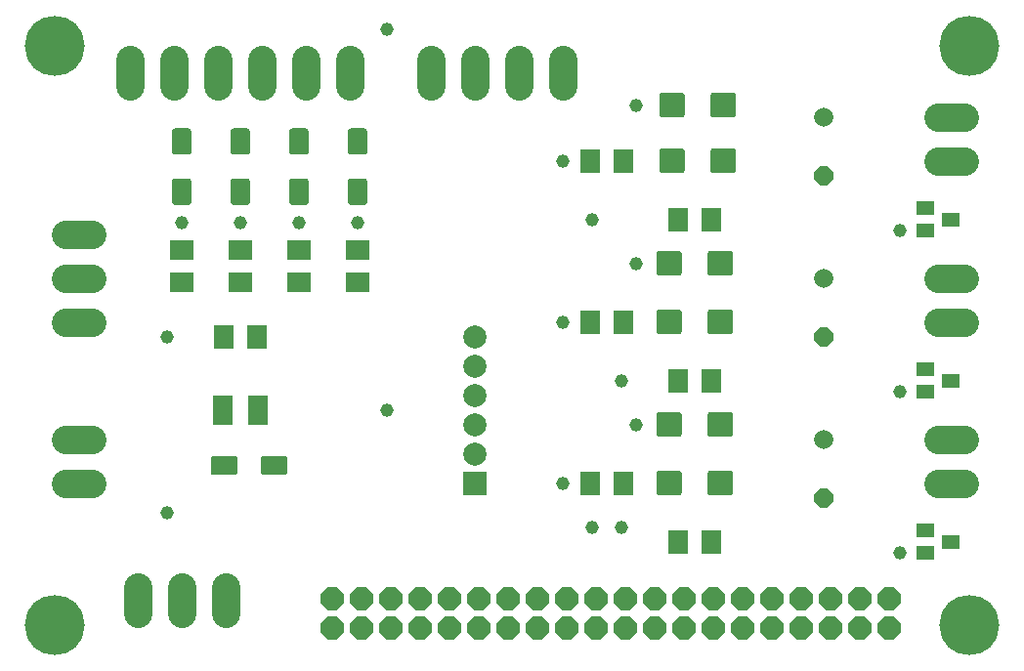
<source format=gts>
G04 EAGLE Gerber RS-274X export*
G75*
%MOMM*%
%FSLAX34Y34*%
%LPD*%
%INTop Solder Mask*%
%IPPOS*%
%AMOC8*
5,1,8,0,0,1.08239X$1,22.5*%
G01*
%ADD10C,5.203200*%
%ADD11R,2.006200X1.803200*%
%ADD12P,2.199416X8X202.500000*%
%ADD13R,1.803200X2.006200*%
%ADD14R,1.803200X2.603200*%
%ADD15C,2.489200*%
%ADD16R,2.003200X2.003200*%
%ADD17C,2.003200*%
%ADD18R,1.603200X1.203200*%
%ADD19P,1.803519X8X292.500000*%
%ADD20C,1.666238*%
%ADD21C,1.155600*%

G36*
X572942Y469313D02*
X572942Y469313D01*
X572944Y469311D01*
X573335Y469342D01*
X573339Y469346D01*
X573342Y469343D01*
X573724Y469434D01*
X573728Y469439D01*
X573732Y469437D01*
X574094Y469587D01*
X574097Y469592D01*
X574101Y469590D01*
X574435Y469795D01*
X574437Y469800D01*
X574441Y469800D01*
X574740Y470055D01*
X574741Y470060D01*
X574745Y470060D01*
X575000Y470359D01*
X575001Y470365D01*
X575005Y470365D01*
X575210Y470699D01*
X575209Y470705D01*
X575214Y470706D01*
X575364Y471068D01*
X575363Y471070D01*
X575364Y471070D01*
X575362Y471073D01*
X575362Y471074D01*
X575366Y471076D01*
X575457Y471458D01*
X575455Y471463D01*
X575457Y471464D01*
X575458Y471465D01*
X575489Y471856D01*
X575487Y471859D01*
X575489Y471860D01*
X575458Y488651D01*
X575453Y488658D01*
X575457Y488662D01*
X575366Y489044D01*
X575361Y489048D01*
X575364Y489052D01*
X575214Y489414D01*
X575208Y489417D01*
X575210Y489421D01*
X575005Y489755D01*
X575000Y489757D01*
X575000Y489761D01*
X574745Y490060D01*
X574740Y490061D01*
X574740Y490065D01*
X574441Y490320D01*
X574435Y490321D01*
X574435Y490325D01*
X574101Y490530D01*
X574095Y490529D01*
X574094Y490534D01*
X573732Y490684D01*
X573726Y490682D01*
X573724Y490686D01*
X573342Y490777D01*
X573337Y490775D01*
X573335Y490778D01*
X572944Y490809D01*
X572941Y490807D01*
X572940Y490809D01*
X556240Y490809D01*
X556238Y490807D01*
X556236Y490809D01*
X555845Y490778D01*
X555841Y490774D01*
X555838Y490777D01*
X555456Y490686D01*
X555452Y490681D01*
X555448Y490684D01*
X555086Y490534D01*
X555083Y490528D01*
X555079Y490530D01*
X554745Y490325D01*
X554743Y490320D01*
X554739Y490320D01*
X554440Y490065D01*
X554439Y490060D01*
X554435Y490060D01*
X554180Y489761D01*
X554179Y489755D01*
X554175Y489755D01*
X553970Y489421D01*
X553971Y489415D01*
X553967Y489414D01*
X553817Y489052D01*
X553818Y489046D01*
X553814Y489044D01*
X553723Y488662D01*
X553725Y488657D01*
X553722Y488655D01*
X553691Y488264D01*
X553693Y488261D01*
X553691Y488260D01*
X553722Y471469D01*
X553727Y471462D01*
X553723Y471458D01*
X553814Y471076D01*
X553819Y471072D01*
X553817Y471068D01*
X553967Y470706D01*
X553972Y470703D01*
X553970Y470699D01*
X554175Y470365D01*
X554180Y470363D01*
X554180Y470359D01*
X554435Y470060D01*
X554440Y470059D01*
X554440Y470055D01*
X554739Y469800D01*
X554745Y469799D01*
X554745Y469795D01*
X555079Y469590D01*
X555085Y469591D01*
X555086Y469587D01*
X555448Y469437D01*
X555454Y469438D01*
X555456Y469434D01*
X555838Y469343D01*
X555843Y469345D01*
X555845Y469342D01*
X556236Y469311D01*
X556239Y469313D01*
X556240Y469311D01*
X572940Y469311D01*
X572942Y469313D01*
G37*
G36*
X617242Y469313D02*
X617242Y469313D01*
X617244Y469311D01*
X617635Y469342D01*
X617639Y469346D01*
X617642Y469343D01*
X618024Y469434D01*
X618028Y469439D01*
X618032Y469437D01*
X618394Y469587D01*
X618397Y469592D01*
X618401Y469590D01*
X618735Y469795D01*
X618737Y469800D01*
X618741Y469800D01*
X619040Y470055D01*
X619041Y470060D01*
X619045Y470060D01*
X619300Y470359D01*
X619301Y470365D01*
X619305Y470365D01*
X619510Y470699D01*
X619509Y470705D01*
X619514Y470706D01*
X619664Y471068D01*
X619663Y471070D01*
X619664Y471070D01*
X619662Y471073D01*
X619662Y471074D01*
X619666Y471076D01*
X619757Y471458D01*
X619755Y471463D01*
X619757Y471464D01*
X619758Y471465D01*
X619789Y471856D01*
X619787Y471859D01*
X619789Y471860D01*
X619758Y488651D01*
X619753Y488658D01*
X619757Y488662D01*
X619666Y489044D01*
X619661Y489048D01*
X619664Y489052D01*
X619514Y489414D01*
X619508Y489417D01*
X619510Y489421D01*
X619305Y489755D01*
X619300Y489757D01*
X619300Y489761D01*
X619045Y490060D01*
X619040Y490061D01*
X619040Y490065D01*
X618741Y490320D01*
X618735Y490321D01*
X618735Y490325D01*
X618401Y490530D01*
X618395Y490529D01*
X618394Y490534D01*
X618032Y490684D01*
X618026Y490682D01*
X618024Y490686D01*
X617642Y490777D01*
X617637Y490775D01*
X617635Y490778D01*
X617244Y490809D01*
X617241Y490807D01*
X617240Y490809D01*
X600540Y490809D01*
X600538Y490807D01*
X600536Y490809D01*
X600145Y490778D01*
X600141Y490774D01*
X600138Y490777D01*
X599756Y490686D01*
X599752Y490681D01*
X599748Y490684D01*
X599386Y490534D01*
X599383Y490528D01*
X599379Y490530D01*
X599045Y490325D01*
X599043Y490320D01*
X599039Y490320D01*
X598740Y490065D01*
X598739Y490060D01*
X598735Y490060D01*
X598480Y489761D01*
X598479Y489755D01*
X598475Y489755D01*
X598270Y489421D01*
X598271Y489415D01*
X598267Y489414D01*
X598117Y489052D01*
X598118Y489046D01*
X598114Y489044D01*
X598023Y488662D01*
X598025Y488657D01*
X598022Y488655D01*
X597991Y488264D01*
X597993Y488261D01*
X597991Y488260D01*
X598022Y471469D01*
X598027Y471462D01*
X598023Y471458D01*
X598114Y471076D01*
X598119Y471072D01*
X598117Y471068D01*
X598267Y470706D01*
X598272Y470703D01*
X598270Y470699D01*
X598475Y470365D01*
X598480Y470363D01*
X598480Y470359D01*
X598735Y470060D01*
X598740Y470059D01*
X598740Y470055D01*
X599039Y469800D01*
X599045Y469799D01*
X599045Y469795D01*
X599379Y469590D01*
X599385Y469591D01*
X599386Y469587D01*
X599748Y469437D01*
X599754Y469438D01*
X599756Y469434D01*
X600138Y469343D01*
X600143Y469345D01*
X600145Y469342D01*
X600536Y469311D01*
X600539Y469313D01*
X600540Y469311D01*
X617240Y469311D01*
X617242Y469313D01*
G37*
G36*
X617242Y421053D02*
X617242Y421053D01*
X617244Y421051D01*
X617635Y421082D01*
X617639Y421086D01*
X617642Y421083D01*
X618024Y421174D01*
X618028Y421179D01*
X618032Y421177D01*
X618394Y421327D01*
X618397Y421332D01*
X618401Y421330D01*
X618735Y421535D01*
X618737Y421540D01*
X618741Y421540D01*
X619040Y421795D01*
X619041Y421800D01*
X619045Y421800D01*
X619300Y422099D01*
X619301Y422105D01*
X619305Y422105D01*
X619510Y422439D01*
X619509Y422445D01*
X619514Y422446D01*
X619664Y422808D01*
X619663Y422810D01*
X619664Y422810D01*
X619662Y422813D01*
X619662Y422814D01*
X619666Y422816D01*
X619757Y423198D01*
X619755Y423203D01*
X619757Y423204D01*
X619758Y423205D01*
X619789Y423596D01*
X619787Y423599D01*
X619789Y423600D01*
X619758Y440391D01*
X619753Y440398D01*
X619757Y440402D01*
X619666Y440784D01*
X619661Y440788D01*
X619664Y440792D01*
X619514Y441154D01*
X619508Y441157D01*
X619510Y441161D01*
X619305Y441495D01*
X619300Y441497D01*
X619300Y441501D01*
X619045Y441800D01*
X619040Y441801D01*
X619040Y441805D01*
X618741Y442060D01*
X618735Y442061D01*
X618735Y442065D01*
X618401Y442270D01*
X618395Y442269D01*
X618394Y442274D01*
X618032Y442424D01*
X618026Y442422D01*
X618024Y442426D01*
X617642Y442517D01*
X617637Y442515D01*
X617635Y442518D01*
X617244Y442549D01*
X617241Y442547D01*
X617240Y442549D01*
X600540Y442549D01*
X600538Y442547D01*
X600536Y442549D01*
X600145Y442518D01*
X600141Y442514D01*
X600138Y442517D01*
X599756Y442426D01*
X599752Y442421D01*
X599748Y442424D01*
X599386Y442274D01*
X599383Y442268D01*
X599379Y442270D01*
X599045Y442065D01*
X599043Y442060D01*
X599039Y442060D01*
X598740Y441805D01*
X598739Y441800D01*
X598735Y441800D01*
X598480Y441501D01*
X598479Y441495D01*
X598475Y441495D01*
X598270Y441161D01*
X598271Y441155D01*
X598267Y441154D01*
X598117Y440792D01*
X598118Y440786D01*
X598114Y440784D01*
X598023Y440402D01*
X598025Y440397D01*
X598022Y440395D01*
X597991Y440004D01*
X597993Y440001D01*
X597991Y440000D01*
X598022Y423209D01*
X598027Y423202D01*
X598023Y423198D01*
X598114Y422816D01*
X598119Y422812D01*
X598117Y422808D01*
X598267Y422446D01*
X598272Y422443D01*
X598270Y422439D01*
X598475Y422105D01*
X598480Y422103D01*
X598480Y422099D01*
X598735Y421800D01*
X598740Y421799D01*
X598740Y421795D01*
X599039Y421540D01*
X599045Y421539D01*
X599045Y421535D01*
X599379Y421330D01*
X599385Y421331D01*
X599386Y421327D01*
X599748Y421177D01*
X599754Y421178D01*
X599756Y421174D01*
X600138Y421083D01*
X600143Y421085D01*
X600145Y421082D01*
X600536Y421051D01*
X600539Y421053D01*
X600540Y421051D01*
X617240Y421051D01*
X617242Y421053D01*
G37*
G36*
X572942Y421053D02*
X572942Y421053D01*
X572944Y421051D01*
X573335Y421082D01*
X573339Y421086D01*
X573342Y421083D01*
X573724Y421174D01*
X573728Y421179D01*
X573732Y421177D01*
X574094Y421327D01*
X574097Y421332D01*
X574101Y421330D01*
X574435Y421535D01*
X574437Y421540D01*
X574441Y421540D01*
X574740Y421795D01*
X574741Y421800D01*
X574745Y421800D01*
X575000Y422099D01*
X575001Y422105D01*
X575005Y422105D01*
X575210Y422439D01*
X575209Y422445D01*
X575214Y422446D01*
X575364Y422808D01*
X575363Y422810D01*
X575364Y422810D01*
X575362Y422813D01*
X575362Y422814D01*
X575366Y422816D01*
X575457Y423198D01*
X575455Y423203D01*
X575457Y423204D01*
X575458Y423205D01*
X575489Y423596D01*
X575487Y423599D01*
X575489Y423600D01*
X575458Y440391D01*
X575453Y440398D01*
X575457Y440402D01*
X575366Y440784D01*
X575361Y440788D01*
X575364Y440792D01*
X575214Y441154D01*
X575208Y441157D01*
X575210Y441161D01*
X575005Y441495D01*
X575000Y441497D01*
X575000Y441501D01*
X574745Y441800D01*
X574740Y441801D01*
X574740Y441805D01*
X574441Y442060D01*
X574435Y442061D01*
X574435Y442065D01*
X574101Y442270D01*
X574095Y442269D01*
X574094Y442274D01*
X573732Y442424D01*
X573726Y442422D01*
X573724Y442426D01*
X573342Y442517D01*
X573337Y442515D01*
X573335Y442518D01*
X572944Y442549D01*
X572941Y442547D01*
X572940Y442549D01*
X556240Y442549D01*
X556238Y442547D01*
X556236Y442549D01*
X555845Y442518D01*
X555841Y442514D01*
X555838Y442517D01*
X555456Y442426D01*
X555452Y442421D01*
X555448Y442424D01*
X555086Y442274D01*
X555083Y442268D01*
X555079Y442270D01*
X554745Y442065D01*
X554743Y442060D01*
X554739Y442060D01*
X554440Y441805D01*
X554439Y441800D01*
X554435Y441800D01*
X554180Y441501D01*
X554179Y441495D01*
X554175Y441495D01*
X553970Y441161D01*
X553971Y441155D01*
X553967Y441154D01*
X553817Y440792D01*
X553818Y440786D01*
X553814Y440784D01*
X553723Y440402D01*
X553725Y440397D01*
X553722Y440395D01*
X553691Y440004D01*
X553693Y440001D01*
X553691Y440000D01*
X553722Y423209D01*
X553727Y423202D01*
X553723Y423198D01*
X553814Y422816D01*
X553819Y422812D01*
X553817Y422808D01*
X553967Y422446D01*
X553972Y422443D01*
X553970Y422439D01*
X554175Y422105D01*
X554180Y422103D01*
X554180Y422099D01*
X554435Y421800D01*
X554440Y421799D01*
X554440Y421795D01*
X554739Y421540D01*
X554745Y421539D01*
X554745Y421535D01*
X555079Y421330D01*
X555085Y421331D01*
X555086Y421327D01*
X555448Y421177D01*
X555454Y421178D01*
X555456Y421174D01*
X555838Y421083D01*
X555843Y421085D01*
X555845Y421082D01*
X556236Y421051D01*
X556239Y421053D01*
X556240Y421051D01*
X572940Y421051D01*
X572942Y421053D01*
G37*
G36*
X614702Y332153D02*
X614702Y332153D01*
X614704Y332151D01*
X615095Y332182D01*
X615099Y332186D01*
X615102Y332183D01*
X615484Y332274D01*
X615488Y332279D01*
X615492Y332277D01*
X615854Y332427D01*
X615857Y332432D01*
X615861Y332430D01*
X616195Y332635D01*
X616197Y332640D01*
X616201Y332640D01*
X616500Y332895D01*
X616501Y332900D01*
X616505Y332900D01*
X616760Y333199D01*
X616761Y333205D01*
X616765Y333205D01*
X616970Y333539D01*
X616969Y333545D01*
X616974Y333546D01*
X617124Y333908D01*
X617123Y333910D01*
X617124Y333910D01*
X617122Y333913D01*
X617122Y333914D01*
X617126Y333916D01*
X617217Y334298D01*
X617215Y334303D01*
X617217Y334304D01*
X617218Y334305D01*
X617249Y334696D01*
X617247Y334699D01*
X617249Y334700D01*
X617218Y351491D01*
X617213Y351498D01*
X617217Y351502D01*
X617126Y351884D01*
X617121Y351888D01*
X617124Y351892D01*
X616974Y352254D01*
X616968Y352257D01*
X616970Y352261D01*
X616765Y352595D01*
X616760Y352597D01*
X616760Y352601D01*
X616505Y352900D01*
X616500Y352901D01*
X616500Y352905D01*
X616201Y353160D01*
X616195Y353161D01*
X616195Y353165D01*
X615861Y353370D01*
X615855Y353369D01*
X615854Y353374D01*
X615492Y353524D01*
X615486Y353522D01*
X615484Y353526D01*
X615102Y353617D01*
X615097Y353615D01*
X615095Y353618D01*
X614704Y353649D01*
X614701Y353647D01*
X614700Y353649D01*
X598000Y353649D01*
X597998Y353647D01*
X597996Y353649D01*
X597605Y353618D01*
X597601Y353614D01*
X597598Y353617D01*
X597216Y353526D01*
X597212Y353521D01*
X597208Y353524D01*
X596846Y353374D01*
X596843Y353368D01*
X596839Y353370D01*
X596505Y353165D01*
X596503Y353160D01*
X596499Y353160D01*
X596200Y352905D01*
X596199Y352900D01*
X596195Y352900D01*
X595940Y352601D01*
X595939Y352595D01*
X595935Y352595D01*
X595730Y352261D01*
X595731Y352255D01*
X595727Y352254D01*
X595577Y351892D01*
X595578Y351886D01*
X595574Y351884D01*
X595483Y351502D01*
X595485Y351497D01*
X595482Y351495D01*
X595451Y351104D01*
X595453Y351101D01*
X595451Y351100D01*
X595482Y334309D01*
X595487Y334302D01*
X595483Y334298D01*
X595574Y333916D01*
X595579Y333912D01*
X595577Y333908D01*
X595727Y333546D01*
X595732Y333543D01*
X595730Y333539D01*
X595935Y333205D01*
X595940Y333203D01*
X595940Y333199D01*
X596195Y332900D01*
X596200Y332899D01*
X596200Y332895D01*
X596499Y332640D01*
X596505Y332639D01*
X596505Y332635D01*
X596839Y332430D01*
X596845Y332431D01*
X596846Y332427D01*
X597208Y332277D01*
X597214Y332278D01*
X597216Y332274D01*
X597598Y332183D01*
X597603Y332185D01*
X597605Y332182D01*
X597996Y332151D01*
X597999Y332153D01*
X598000Y332151D01*
X614700Y332151D01*
X614702Y332153D01*
G37*
G36*
X570402Y332153D02*
X570402Y332153D01*
X570404Y332151D01*
X570795Y332182D01*
X570799Y332186D01*
X570802Y332183D01*
X571184Y332274D01*
X571188Y332279D01*
X571192Y332277D01*
X571554Y332427D01*
X571557Y332432D01*
X571561Y332430D01*
X571895Y332635D01*
X571897Y332640D01*
X571901Y332640D01*
X572200Y332895D01*
X572201Y332900D01*
X572205Y332900D01*
X572460Y333199D01*
X572461Y333205D01*
X572465Y333205D01*
X572670Y333539D01*
X572669Y333545D01*
X572674Y333546D01*
X572824Y333908D01*
X572823Y333910D01*
X572824Y333910D01*
X572822Y333913D01*
X572822Y333914D01*
X572826Y333916D01*
X572917Y334298D01*
X572915Y334303D01*
X572917Y334304D01*
X572918Y334305D01*
X572949Y334696D01*
X572947Y334699D01*
X572949Y334700D01*
X572918Y351491D01*
X572913Y351498D01*
X572917Y351502D01*
X572826Y351884D01*
X572821Y351888D01*
X572824Y351892D01*
X572674Y352254D01*
X572668Y352257D01*
X572670Y352261D01*
X572465Y352595D01*
X572460Y352597D01*
X572460Y352601D01*
X572205Y352900D01*
X572200Y352901D01*
X572200Y352905D01*
X571901Y353160D01*
X571895Y353161D01*
X571895Y353165D01*
X571561Y353370D01*
X571555Y353369D01*
X571554Y353374D01*
X571192Y353524D01*
X571186Y353522D01*
X571184Y353526D01*
X570802Y353617D01*
X570797Y353615D01*
X570795Y353618D01*
X570404Y353649D01*
X570401Y353647D01*
X570400Y353649D01*
X553700Y353649D01*
X553698Y353647D01*
X553696Y353649D01*
X553305Y353618D01*
X553301Y353614D01*
X553298Y353617D01*
X552916Y353526D01*
X552912Y353521D01*
X552908Y353524D01*
X552546Y353374D01*
X552543Y353368D01*
X552539Y353370D01*
X552205Y353165D01*
X552203Y353160D01*
X552199Y353160D01*
X551900Y352905D01*
X551899Y352900D01*
X551895Y352900D01*
X551640Y352601D01*
X551639Y352595D01*
X551635Y352595D01*
X551430Y352261D01*
X551431Y352255D01*
X551427Y352254D01*
X551277Y351892D01*
X551278Y351886D01*
X551274Y351884D01*
X551183Y351502D01*
X551185Y351497D01*
X551182Y351495D01*
X551151Y351104D01*
X551153Y351101D01*
X551151Y351100D01*
X551182Y334309D01*
X551187Y334302D01*
X551183Y334298D01*
X551274Y333916D01*
X551279Y333912D01*
X551277Y333908D01*
X551427Y333546D01*
X551432Y333543D01*
X551430Y333539D01*
X551635Y333205D01*
X551640Y333203D01*
X551640Y333199D01*
X551895Y332900D01*
X551900Y332899D01*
X551900Y332895D01*
X552199Y332640D01*
X552205Y332639D01*
X552205Y332635D01*
X552539Y332430D01*
X552545Y332431D01*
X552546Y332427D01*
X552908Y332277D01*
X552914Y332278D01*
X552916Y332274D01*
X553298Y332183D01*
X553303Y332185D01*
X553305Y332182D01*
X553696Y332151D01*
X553699Y332153D01*
X553700Y332151D01*
X570400Y332151D01*
X570402Y332153D01*
G37*
G36*
X614702Y281353D02*
X614702Y281353D01*
X614704Y281351D01*
X615095Y281382D01*
X615099Y281386D01*
X615102Y281383D01*
X615484Y281474D01*
X615488Y281479D01*
X615492Y281477D01*
X615854Y281627D01*
X615857Y281632D01*
X615861Y281630D01*
X616195Y281835D01*
X616197Y281840D01*
X616201Y281840D01*
X616500Y282095D01*
X616501Y282100D01*
X616505Y282100D01*
X616760Y282399D01*
X616761Y282405D01*
X616765Y282405D01*
X616970Y282739D01*
X616969Y282745D01*
X616974Y282746D01*
X617124Y283108D01*
X617123Y283110D01*
X617124Y283110D01*
X617122Y283113D01*
X617122Y283114D01*
X617126Y283116D01*
X617217Y283498D01*
X617215Y283503D01*
X617217Y283504D01*
X617218Y283505D01*
X617249Y283896D01*
X617247Y283899D01*
X617249Y283900D01*
X617218Y300691D01*
X617213Y300698D01*
X617217Y300702D01*
X617126Y301084D01*
X617121Y301088D01*
X617124Y301092D01*
X616974Y301454D01*
X616968Y301457D01*
X616970Y301461D01*
X616765Y301795D01*
X616760Y301797D01*
X616760Y301801D01*
X616505Y302100D01*
X616500Y302101D01*
X616500Y302105D01*
X616201Y302360D01*
X616195Y302361D01*
X616195Y302365D01*
X615861Y302570D01*
X615855Y302569D01*
X615854Y302574D01*
X615492Y302724D01*
X615486Y302722D01*
X615484Y302726D01*
X615102Y302817D01*
X615097Y302815D01*
X615095Y302818D01*
X614704Y302849D01*
X614701Y302847D01*
X614700Y302849D01*
X598000Y302849D01*
X597998Y302847D01*
X597996Y302849D01*
X597605Y302818D01*
X597601Y302814D01*
X597598Y302817D01*
X597216Y302726D01*
X597212Y302721D01*
X597208Y302724D01*
X596846Y302574D01*
X596843Y302568D01*
X596839Y302570D01*
X596505Y302365D01*
X596503Y302360D01*
X596499Y302360D01*
X596200Y302105D01*
X596199Y302100D01*
X596195Y302100D01*
X595940Y301801D01*
X595939Y301795D01*
X595935Y301795D01*
X595730Y301461D01*
X595731Y301455D01*
X595727Y301454D01*
X595577Y301092D01*
X595578Y301086D01*
X595574Y301084D01*
X595483Y300702D01*
X595485Y300697D01*
X595482Y300695D01*
X595451Y300304D01*
X595453Y300301D01*
X595451Y300300D01*
X595482Y283509D01*
X595487Y283502D01*
X595483Y283498D01*
X595574Y283116D01*
X595579Y283112D01*
X595577Y283108D01*
X595727Y282746D01*
X595732Y282743D01*
X595730Y282739D01*
X595935Y282405D01*
X595940Y282403D01*
X595940Y282399D01*
X596195Y282100D01*
X596200Y282099D01*
X596200Y282095D01*
X596499Y281840D01*
X596505Y281839D01*
X596505Y281835D01*
X596839Y281630D01*
X596845Y281631D01*
X596846Y281627D01*
X597208Y281477D01*
X597214Y281478D01*
X597216Y281474D01*
X597598Y281383D01*
X597603Y281385D01*
X597605Y281382D01*
X597996Y281351D01*
X597999Y281353D01*
X598000Y281351D01*
X614700Y281351D01*
X614702Y281353D01*
G37*
G36*
X570402Y281353D02*
X570402Y281353D01*
X570404Y281351D01*
X570795Y281382D01*
X570799Y281386D01*
X570802Y281383D01*
X571184Y281474D01*
X571188Y281479D01*
X571192Y281477D01*
X571554Y281627D01*
X571557Y281632D01*
X571561Y281630D01*
X571895Y281835D01*
X571897Y281840D01*
X571901Y281840D01*
X572200Y282095D01*
X572201Y282100D01*
X572205Y282100D01*
X572460Y282399D01*
X572461Y282405D01*
X572465Y282405D01*
X572670Y282739D01*
X572669Y282745D01*
X572674Y282746D01*
X572824Y283108D01*
X572823Y283110D01*
X572824Y283110D01*
X572822Y283113D01*
X572822Y283114D01*
X572826Y283116D01*
X572917Y283498D01*
X572915Y283503D01*
X572917Y283504D01*
X572918Y283505D01*
X572949Y283896D01*
X572947Y283899D01*
X572949Y283900D01*
X572918Y300691D01*
X572913Y300698D01*
X572917Y300702D01*
X572826Y301084D01*
X572821Y301088D01*
X572824Y301092D01*
X572674Y301454D01*
X572668Y301457D01*
X572670Y301461D01*
X572465Y301795D01*
X572460Y301797D01*
X572460Y301801D01*
X572205Y302100D01*
X572200Y302101D01*
X572200Y302105D01*
X571901Y302360D01*
X571895Y302361D01*
X571895Y302365D01*
X571561Y302570D01*
X571555Y302569D01*
X571554Y302574D01*
X571192Y302724D01*
X571186Y302722D01*
X571184Y302726D01*
X570802Y302817D01*
X570797Y302815D01*
X570795Y302818D01*
X570404Y302849D01*
X570401Y302847D01*
X570400Y302849D01*
X553700Y302849D01*
X553698Y302847D01*
X553696Y302849D01*
X553305Y302818D01*
X553301Y302814D01*
X553298Y302817D01*
X552916Y302726D01*
X552912Y302721D01*
X552908Y302724D01*
X552546Y302574D01*
X552543Y302568D01*
X552539Y302570D01*
X552205Y302365D01*
X552203Y302360D01*
X552199Y302360D01*
X551900Y302105D01*
X551899Y302100D01*
X551895Y302100D01*
X551640Y301801D01*
X551639Y301795D01*
X551635Y301795D01*
X551430Y301461D01*
X551431Y301455D01*
X551427Y301454D01*
X551277Y301092D01*
X551278Y301086D01*
X551274Y301084D01*
X551183Y300702D01*
X551185Y300697D01*
X551182Y300695D01*
X551151Y300304D01*
X551153Y300301D01*
X551151Y300300D01*
X551182Y283509D01*
X551187Y283502D01*
X551183Y283498D01*
X551274Y283116D01*
X551279Y283112D01*
X551277Y283108D01*
X551427Y282746D01*
X551432Y282743D01*
X551430Y282739D01*
X551635Y282405D01*
X551640Y282403D01*
X551640Y282399D01*
X551895Y282100D01*
X551900Y282099D01*
X551900Y282095D01*
X552199Y281840D01*
X552205Y281839D01*
X552205Y281835D01*
X552539Y281630D01*
X552545Y281631D01*
X552546Y281627D01*
X552908Y281477D01*
X552914Y281478D01*
X552916Y281474D01*
X553298Y281383D01*
X553303Y281385D01*
X553305Y281382D01*
X553696Y281351D01*
X553699Y281353D01*
X553700Y281351D01*
X570400Y281351D01*
X570402Y281353D01*
G37*
G36*
X614702Y192453D02*
X614702Y192453D01*
X614704Y192451D01*
X615095Y192482D01*
X615099Y192486D01*
X615102Y192483D01*
X615484Y192574D01*
X615488Y192579D01*
X615492Y192577D01*
X615854Y192727D01*
X615857Y192732D01*
X615861Y192730D01*
X616195Y192935D01*
X616197Y192940D01*
X616201Y192940D01*
X616500Y193195D01*
X616501Y193200D01*
X616505Y193200D01*
X616760Y193499D01*
X616761Y193505D01*
X616765Y193505D01*
X616970Y193839D01*
X616969Y193845D01*
X616974Y193846D01*
X617124Y194208D01*
X617123Y194210D01*
X617124Y194210D01*
X617122Y194213D01*
X617122Y194214D01*
X617126Y194216D01*
X617217Y194598D01*
X617215Y194603D01*
X617217Y194604D01*
X617218Y194605D01*
X617249Y194996D01*
X617247Y194999D01*
X617249Y195000D01*
X617218Y211791D01*
X617213Y211798D01*
X617217Y211802D01*
X617126Y212184D01*
X617121Y212188D01*
X617124Y212192D01*
X616974Y212554D01*
X616968Y212557D01*
X616970Y212561D01*
X616765Y212895D01*
X616760Y212897D01*
X616760Y212901D01*
X616505Y213200D01*
X616500Y213201D01*
X616500Y213205D01*
X616201Y213460D01*
X616195Y213461D01*
X616195Y213465D01*
X615861Y213670D01*
X615855Y213669D01*
X615854Y213674D01*
X615492Y213824D01*
X615486Y213822D01*
X615484Y213826D01*
X615102Y213917D01*
X615097Y213915D01*
X615095Y213918D01*
X614704Y213949D01*
X614701Y213947D01*
X614700Y213949D01*
X598000Y213949D01*
X597998Y213947D01*
X597996Y213949D01*
X597605Y213918D01*
X597601Y213914D01*
X597598Y213917D01*
X597216Y213826D01*
X597212Y213821D01*
X597208Y213824D01*
X596846Y213674D01*
X596843Y213668D01*
X596839Y213670D01*
X596505Y213465D01*
X596503Y213460D01*
X596499Y213460D01*
X596200Y213205D01*
X596199Y213200D01*
X596195Y213200D01*
X595940Y212901D01*
X595939Y212895D01*
X595935Y212895D01*
X595730Y212561D01*
X595731Y212555D01*
X595727Y212554D01*
X595577Y212192D01*
X595578Y212186D01*
X595574Y212184D01*
X595483Y211802D01*
X595485Y211797D01*
X595482Y211795D01*
X595451Y211404D01*
X595453Y211401D01*
X595451Y211400D01*
X595482Y194609D01*
X595487Y194602D01*
X595483Y194598D01*
X595574Y194216D01*
X595579Y194212D01*
X595577Y194208D01*
X595727Y193846D01*
X595732Y193843D01*
X595730Y193839D01*
X595935Y193505D01*
X595940Y193503D01*
X595940Y193499D01*
X596195Y193200D01*
X596200Y193199D01*
X596200Y193195D01*
X596499Y192940D01*
X596505Y192939D01*
X596505Y192935D01*
X596839Y192730D01*
X596845Y192731D01*
X596846Y192727D01*
X597208Y192577D01*
X597214Y192578D01*
X597216Y192574D01*
X597598Y192483D01*
X597603Y192485D01*
X597605Y192482D01*
X597996Y192451D01*
X597999Y192453D01*
X598000Y192451D01*
X614700Y192451D01*
X614702Y192453D01*
G37*
G36*
X570402Y192453D02*
X570402Y192453D01*
X570404Y192451D01*
X570795Y192482D01*
X570799Y192486D01*
X570802Y192483D01*
X571184Y192574D01*
X571188Y192579D01*
X571192Y192577D01*
X571554Y192727D01*
X571557Y192732D01*
X571561Y192730D01*
X571895Y192935D01*
X571897Y192940D01*
X571901Y192940D01*
X572200Y193195D01*
X572201Y193200D01*
X572205Y193200D01*
X572460Y193499D01*
X572461Y193505D01*
X572465Y193505D01*
X572670Y193839D01*
X572669Y193845D01*
X572674Y193846D01*
X572824Y194208D01*
X572823Y194210D01*
X572824Y194210D01*
X572822Y194213D01*
X572822Y194214D01*
X572826Y194216D01*
X572917Y194598D01*
X572915Y194603D01*
X572917Y194604D01*
X572918Y194605D01*
X572949Y194996D01*
X572947Y194999D01*
X572949Y195000D01*
X572918Y211791D01*
X572913Y211798D01*
X572917Y211802D01*
X572826Y212184D01*
X572821Y212188D01*
X572824Y212192D01*
X572674Y212554D01*
X572668Y212557D01*
X572670Y212561D01*
X572465Y212895D01*
X572460Y212897D01*
X572460Y212901D01*
X572205Y213200D01*
X572200Y213201D01*
X572200Y213205D01*
X571901Y213460D01*
X571895Y213461D01*
X571895Y213465D01*
X571561Y213670D01*
X571555Y213669D01*
X571554Y213674D01*
X571192Y213824D01*
X571186Y213822D01*
X571184Y213826D01*
X570802Y213917D01*
X570797Y213915D01*
X570795Y213918D01*
X570404Y213949D01*
X570401Y213947D01*
X570400Y213949D01*
X553700Y213949D01*
X553698Y213947D01*
X553696Y213949D01*
X553305Y213918D01*
X553301Y213914D01*
X553298Y213917D01*
X552916Y213826D01*
X552912Y213821D01*
X552908Y213824D01*
X552546Y213674D01*
X552543Y213668D01*
X552539Y213670D01*
X552205Y213465D01*
X552203Y213460D01*
X552199Y213460D01*
X551900Y213205D01*
X551899Y213200D01*
X551895Y213200D01*
X551640Y212901D01*
X551639Y212895D01*
X551635Y212895D01*
X551430Y212561D01*
X551431Y212555D01*
X551427Y212554D01*
X551277Y212192D01*
X551278Y212186D01*
X551274Y212184D01*
X551183Y211802D01*
X551185Y211797D01*
X551182Y211795D01*
X551151Y211404D01*
X551153Y211401D01*
X551151Y211400D01*
X551182Y194609D01*
X551187Y194602D01*
X551183Y194598D01*
X551274Y194216D01*
X551279Y194212D01*
X551277Y194208D01*
X551427Y193846D01*
X551432Y193843D01*
X551430Y193839D01*
X551635Y193505D01*
X551640Y193503D01*
X551640Y193499D01*
X551895Y193200D01*
X551900Y193199D01*
X551900Y193195D01*
X552199Y192940D01*
X552205Y192939D01*
X552205Y192935D01*
X552539Y192730D01*
X552545Y192731D01*
X552546Y192727D01*
X552908Y192577D01*
X552914Y192578D01*
X552916Y192574D01*
X553298Y192483D01*
X553303Y192485D01*
X553305Y192482D01*
X553696Y192451D01*
X553699Y192453D01*
X553700Y192451D01*
X570400Y192451D01*
X570402Y192453D01*
G37*
G36*
X570402Y141653D02*
X570402Y141653D01*
X570404Y141651D01*
X570795Y141682D01*
X570799Y141686D01*
X570802Y141683D01*
X571184Y141774D01*
X571188Y141779D01*
X571192Y141777D01*
X571554Y141927D01*
X571557Y141932D01*
X571561Y141930D01*
X571895Y142135D01*
X571897Y142140D01*
X571901Y142140D01*
X572200Y142395D01*
X572201Y142400D01*
X572205Y142400D01*
X572460Y142699D01*
X572461Y142705D01*
X572465Y142705D01*
X572670Y143039D01*
X572669Y143045D01*
X572674Y143046D01*
X572824Y143408D01*
X572823Y143410D01*
X572824Y143410D01*
X572822Y143413D01*
X572822Y143414D01*
X572826Y143416D01*
X572917Y143798D01*
X572915Y143803D01*
X572917Y143804D01*
X572918Y143805D01*
X572949Y144196D01*
X572947Y144199D01*
X572949Y144200D01*
X572918Y160991D01*
X572913Y160998D01*
X572917Y161002D01*
X572826Y161384D01*
X572821Y161388D01*
X572824Y161392D01*
X572674Y161754D01*
X572668Y161757D01*
X572670Y161761D01*
X572465Y162095D01*
X572460Y162097D01*
X572460Y162101D01*
X572205Y162400D01*
X572200Y162401D01*
X572200Y162405D01*
X571901Y162660D01*
X571895Y162661D01*
X571895Y162665D01*
X571561Y162870D01*
X571555Y162869D01*
X571554Y162874D01*
X571192Y163024D01*
X571186Y163022D01*
X571184Y163026D01*
X570802Y163117D01*
X570797Y163115D01*
X570795Y163118D01*
X570404Y163149D01*
X570401Y163147D01*
X570400Y163149D01*
X553700Y163149D01*
X553698Y163147D01*
X553696Y163149D01*
X553305Y163118D01*
X553301Y163114D01*
X553298Y163117D01*
X552916Y163026D01*
X552912Y163021D01*
X552908Y163024D01*
X552546Y162874D01*
X552543Y162868D01*
X552539Y162870D01*
X552205Y162665D01*
X552203Y162660D01*
X552199Y162660D01*
X551900Y162405D01*
X551899Y162400D01*
X551895Y162400D01*
X551640Y162101D01*
X551639Y162095D01*
X551635Y162095D01*
X551430Y161761D01*
X551431Y161755D01*
X551427Y161754D01*
X551277Y161392D01*
X551278Y161386D01*
X551274Y161384D01*
X551183Y161002D01*
X551185Y160997D01*
X551182Y160995D01*
X551151Y160604D01*
X551153Y160601D01*
X551151Y160600D01*
X551182Y143809D01*
X551187Y143802D01*
X551183Y143798D01*
X551274Y143416D01*
X551279Y143412D01*
X551277Y143408D01*
X551427Y143046D01*
X551432Y143043D01*
X551430Y143039D01*
X551635Y142705D01*
X551640Y142703D01*
X551640Y142699D01*
X551895Y142400D01*
X551900Y142399D01*
X551900Y142395D01*
X552199Y142140D01*
X552205Y142139D01*
X552205Y142135D01*
X552539Y141930D01*
X552545Y141931D01*
X552546Y141927D01*
X552908Y141777D01*
X552914Y141778D01*
X552916Y141774D01*
X553298Y141683D01*
X553303Y141685D01*
X553305Y141682D01*
X553696Y141651D01*
X553699Y141653D01*
X553700Y141651D01*
X570400Y141651D01*
X570402Y141653D01*
G37*
G36*
X614702Y141653D02*
X614702Y141653D01*
X614704Y141651D01*
X615095Y141682D01*
X615099Y141686D01*
X615102Y141683D01*
X615484Y141774D01*
X615488Y141779D01*
X615492Y141777D01*
X615854Y141927D01*
X615857Y141932D01*
X615861Y141930D01*
X616195Y142135D01*
X616197Y142140D01*
X616201Y142140D01*
X616500Y142395D01*
X616501Y142400D01*
X616505Y142400D01*
X616760Y142699D01*
X616761Y142705D01*
X616765Y142705D01*
X616970Y143039D01*
X616969Y143045D01*
X616974Y143046D01*
X617124Y143408D01*
X617123Y143410D01*
X617124Y143410D01*
X617122Y143413D01*
X617122Y143414D01*
X617126Y143416D01*
X617217Y143798D01*
X617215Y143803D01*
X617217Y143804D01*
X617218Y143805D01*
X617249Y144196D01*
X617247Y144199D01*
X617249Y144200D01*
X617218Y160991D01*
X617213Y160998D01*
X617217Y161002D01*
X617126Y161384D01*
X617121Y161388D01*
X617124Y161392D01*
X616974Y161754D01*
X616968Y161757D01*
X616970Y161761D01*
X616765Y162095D01*
X616760Y162097D01*
X616760Y162101D01*
X616505Y162400D01*
X616500Y162401D01*
X616500Y162405D01*
X616201Y162660D01*
X616195Y162661D01*
X616195Y162665D01*
X615861Y162870D01*
X615855Y162869D01*
X615854Y162874D01*
X615492Y163024D01*
X615486Y163022D01*
X615484Y163026D01*
X615102Y163117D01*
X615097Y163115D01*
X615095Y163118D01*
X614704Y163149D01*
X614701Y163147D01*
X614700Y163149D01*
X598000Y163149D01*
X597998Y163147D01*
X597996Y163149D01*
X597605Y163118D01*
X597601Y163114D01*
X597598Y163117D01*
X597216Y163026D01*
X597212Y163021D01*
X597208Y163024D01*
X596846Y162874D01*
X596843Y162868D01*
X596839Y162870D01*
X596505Y162665D01*
X596503Y162660D01*
X596499Y162660D01*
X596200Y162405D01*
X596199Y162400D01*
X596195Y162400D01*
X595940Y162101D01*
X595939Y162095D01*
X595935Y162095D01*
X595730Y161761D01*
X595731Y161755D01*
X595727Y161754D01*
X595577Y161392D01*
X595578Y161386D01*
X595574Y161384D01*
X595483Y161002D01*
X595485Y160997D01*
X595482Y160995D01*
X595451Y160604D01*
X595453Y160601D01*
X595451Y160600D01*
X595482Y143809D01*
X595487Y143802D01*
X595483Y143798D01*
X595574Y143416D01*
X595579Y143412D01*
X595577Y143408D01*
X595727Y143046D01*
X595732Y143043D01*
X595730Y143039D01*
X595935Y142705D01*
X595940Y142703D01*
X595940Y142699D01*
X596195Y142400D01*
X596200Y142399D01*
X596200Y142395D01*
X596499Y142140D01*
X596505Y142139D01*
X596505Y142135D01*
X596839Y141930D01*
X596845Y141931D01*
X596846Y141927D01*
X597208Y141777D01*
X597214Y141778D01*
X597216Y141774D01*
X597598Y141683D01*
X597603Y141685D01*
X597605Y141682D01*
X597996Y141651D01*
X597999Y141653D01*
X598000Y141651D01*
X614700Y141651D01*
X614702Y141653D01*
G37*
G36*
X185372Y159293D02*
X185372Y159293D01*
X185374Y159291D01*
X185765Y159322D01*
X185769Y159326D01*
X185772Y159323D01*
X186154Y159414D01*
X186158Y159419D01*
X186162Y159417D01*
X186524Y159567D01*
X186527Y159572D01*
X186531Y159570D01*
X186865Y159775D01*
X186867Y159780D01*
X186871Y159780D01*
X187170Y160035D01*
X187171Y160040D01*
X187175Y160040D01*
X187430Y160339D01*
X187431Y160345D01*
X187435Y160345D01*
X187640Y160679D01*
X187639Y160685D01*
X187644Y160686D01*
X187794Y161048D01*
X187793Y161050D01*
X187794Y161050D01*
X187792Y161053D01*
X187792Y161054D01*
X187796Y161056D01*
X187887Y161438D01*
X187885Y161443D01*
X187887Y161444D01*
X187888Y161445D01*
X187919Y161836D01*
X187917Y161839D01*
X187919Y161840D01*
X187888Y173831D01*
X187883Y173838D01*
X187887Y173842D01*
X187796Y174224D01*
X187791Y174228D01*
X187794Y174232D01*
X187644Y174594D01*
X187638Y174597D01*
X187640Y174601D01*
X187435Y174935D01*
X187430Y174937D01*
X187430Y174941D01*
X187175Y175240D01*
X187170Y175241D01*
X187170Y175245D01*
X186871Y175500D01*
X186865Y175501D01*
X186865Y175505D01*
X186531Y175710D01*
X186525Y175709D01*
X186524Y175714D01*
X186162Y175864D01*
X186156Y175862D01*
X186154Y175866D01*
X185772Y175957D01*
X185767Y175955D01*
X185765Y175958D01*
X185374Y175989D01*
X185371Y175987D01*
X185370Y175989D01*
X167570Y175989D01*
X167568Y175987D01*
X167566Y175989D01*
X167175Y175958D01*
X167171Y175954D01*
X167168Y175957D01*
X166786Y175866D01*
X166782Y175861D01*
X166778Y175864D01*
X166416Y175714D01*
X166413Y175708D01*
X166409Y175710D01*
X166075Y175505D01*
X166073Y175500D01*
X166069Y175500D01*
X165770Y175245D01*
X165769Y175240D01*
X165765Y175240D01*
X165510Y174941D01*
X165509Y174935D01*
X165505Y174935D01*
X165300Y174601D01*
X165301Y174595D01*
X165297Y174594D01*
X165147Y174232D01*
X165147Y174229D01*
X165145Y174227D01*
X165146Y174225D01*
X165144Y174224D01*
X165053Y173842D01*
X165055Y173837D01*
X165052Y173835D01*
X165021Y173444D01*
X165023Y173441D01*
X165021Y173440D01*
X165052Y161449D01*
X165057Y161442D01*
X165053Y161438D01*
X165144Y161056D01*
X165149Y161052D01*
X165147Y161048D01*
X165297Y160686D01*
X165302Y160683D01*
X165300Y160679D01*
X165505Y160345D01*
X165510Y160343D01*
X165510Y160339D01*
X165765Y160040D01*
X165770Y160039D01*
X165770Y160035D01*
X166069Y159780D01*
X166075Y159779D01*
X166075Y159775D01*
X166409Y159570D01*
X166415Y159571D01*
X166416Y159567D01*
X166778Y159417D01*
X166784Y159418D01*
X166786Y159414D01*
X167168Y159323D01*
X167173Y159325D01*
X167175Y159322D01*
X167566Y159291D01*
X167569Y159293D01*
X167570Y159291D01*
X185370Y159291D01*
X185372Y159293D01*
G37*
G36*
X228672Y159293D02*
X228672Y159293D01*
X228674Y159291D01*
X229065Y159322D01*
X229069Y159326D01*
X229072Y159323D01*
X229454Y159414D01*
X229458Y159419D01*
X229462Y159417D01*
X229824Y159567D01*
X229827Y159572D01*
X229831Y159570D01*
X230165Y159775D01*
X230167Y159780D01*
X230171Y159780D01*
X230470Y160035D01*
X230471Y160040D01*
X230475Y160040D01*
X230730Y160339D01*
X230731Y160345D01*
X230735Y160345D01*
X230940Y160679D01*
X230939Y160685D01*
X230944Y160686D01*
X231094Y161048D01*
X231093Y161050D01*
X231094Y161050D01*
X231092Y161053D01*
X231092Y161054D01*
X231096Y161056D01*
X231187Y161438D01*
X231185Y161443D01*
X231187Y161444D01*
X231188Y161445D01*
X231219Y161836D01*
X231217Y161839D01*
X231219Y161840D01*
X231188Y173831D01*
X231183Y173838D01*
X231187Y173842D01*
X231096Y174224D01*
X231091Y174228D01*
X231094Y174232D01*
X230944Y174594D01*
X230938Y174597D01*
X230940Y174601D01*
X230735Y174935D01*
X230730Y174937D01*
X230730Y174941D01*
X230475Y175240D01*
X230470Y175241D01*
X230470Y175245D01*
X230171Y175500D01*
X230165Y175501D01*
X230165Y175505D01*
X229831Y175710D01*
X229825Y175709D01*
X229824Y175714D01*
X229462Y175864D01*
X229456Y175862D01*
X229454Y175866D01*
X229072Y175957D01*
X229067Y175955D01*
X229065Y175958D01*
X228674Y175989D01*
X228671Y175987D01*
X228670Y175989D01*
X210870Y175989D01*
X210868Y175987D01*
X210866Y175989D01*
X210475Y175958D01*
X210471Y175954D01*
X210468Y175957D01*
X210086Y175866D01*
X210082Y175861D01*
X210078Y175864D01*
X209716Y175714D01*
X209713Y175708D01*
X209709Y175710D01*
X209375Y175505D01*
X209373Y175500D01*
X209369Y175500D01*
X209070Y175245D01*
X209069Y175240D01*
X209065Y175240D01*
X208810Y174941D01*
X208809Y174935D01*
X208805Y174935D01*
X208600Y174601D01*
X208601Y174595D01*
X208597Y174594D01*
X208447Y174232D01*
X208447Y174229D01*
X208445Y174227D01*
X208446Y174225D01*
X208444Y174224D01*
X208353Y173842D01*
X208355Y173837D01*
X208352Y173835D01*
X208321Y173444D01*
X208323Y173441D01*
X208321Y173440D01*
X208352Y161449D01*
X208357Y161442D01*
X208353Y161438D01*
X208444Y161056D01*
X208449Y161052D01*
X208447Y161048D01*
X208597Y160686D01*
X208602Y160683D01*
X208600Y160679D01*
X208805Y160345D01*
X208810Y160343D01*
X208810Y160339D01*
X209065Y160040D01*
X209070Y160039D01*
X209070Y160035D01*
X209369Y159780D01*
X209375Y159779D01*
X209375Y159775D01*
X209709Y159570D01*
X209715Y159571D01*
X209716Y159567D01*
X210078Y159417D01*
X210084Y159418D01*
X210086Y159414D01*
X210468Y159323D01*
X210473Y159325D01*
X210475Y159322D01*
X210866Y159291D01*
X210869Y159293D01*
X210870Y159291D01*
X228670Y159291D01*
X228672Y159293D01*
G37*
G36*
X298291Y436952D02*
X298291Y436952D01*
X298298Y436957D01*
X298302Y436953D01*
X298684Y437044D01*
X298688Y437049D01*
X298692Y437047D01*
X299054Y437197D01*
X299057Y437202D01*
X299061Y437200D01*
X299395Y437405D01*
X299397Y437410D01*
X299401Y437410D01*
X299700Y437665D01*
X299701Y437670D01*
X299705Y437670D01*
X299960Y437969D01*
X299961Y437975D01*
X299965Y437975D01*
X300170Y438309D01*
X300169Y438315D01*
X300174Y438316D01*
X300324Y438678D01*
X300323Y438680D01*
X300324Y438680D01*
X300322Y438683D01*
X300322Y438684D01*
X300326Y438686D01*
X300417Y439068D01*
X300415Y439073D01*
X300417Y439074D01*
X300418Y439075D01*
X300449Y439466D01*
X300447Y439469D01*
X300449Y439470D01*
X300449Y457270D01*
X300447Y457272D01*
X300449Y457274D01*
X300418Y457665D01*
X300414Y457669D01*
X300417Y457672D01*
X300326Y458054D01*
X300321Y458058D01*
X300324Y458062D01*
X300174Y458424D01*
X300168Y458427D01*
X300170Y458431D01*
X299965Y458765D01*
X299960Y458767D01*
X299960Y458771D01*
X299705Y459070D01*
X299700Y459071D01*
X299700Y459075D01*
X299401Y459330D01*
X299395Y459331D01*
X299395Y459335D01*
X299061Y459540D01*
X299055Y459539D01*
X299054Y459544D01*
X298692Y459694D01*
X298686Y459692D01*
X298684Y459696D01*
X298302Y459787D01*
X298297Y459785D01*
X298295Y459788D01*
X297904Y459819D01*
X297901Y459817D01*
X297900Y459819D01*
X285909Y459788D01*
X285902Y459783D01*
X285898Y459787D01*
X285516Y459696D01*
X285512Y459691D01*
X285508Y459694D01*
X285146Y459544D01*
X285143Y459538D01*
X285139Y459540D01*
X284805Y459335D01*
X284803Y459330D01*
X284799Y459330D01*
X284500Y459075D01*
X284499Y459070D01*
X284495Y459070D01*
X284240Y458771D01*
X284239Y458765D01*
X284235Y458765D01*
X284030Y458431D01*
X284031Y458425D01*
X284027Y458424D01*
X283877Y458062D01*
X283878Y458056D01*
X283874Y458054D01*
X283783Y457672D01*
X283784Y457669D01*
X283783Y457668D01*
X283784Y457667D01*
X283782Y457665D01*
X283751Y457274D01*
X283753Y457271D01*
X283751Y457270D01*
X283751Y439470D01*
X283753Y439468D01*
X283751Y439466D01*
X283782Y439075D01*
X283786Y439071D01*
X283783Y439068D01*
X283874Y438686D01*
X283879Y438682D01*
X283877Y438678D01*
X284027Y438316D01*
X284032Y438313D01*
X284030Y438309D01*
X284235Y437975D01*
X284240Y437973D01*
X284240Y437969D01*
X284495Y437670D01*
X284500Y437669D01*
X284500Y437665D01*
X284799Y437410D01*
X284805Y437409D01*
X284805Y437405D01*
X285139Y437200D01*
X285145Y437201D01*
X285146Y437197D01*
X285508Y437047D01*
X285514Y437048D01*
X285516Y437044D01*
X285898Y436953D01*
X285903Y436955D01*
X285905Y436952D01*
X286296Y436921D01*
X286299Y436923D01*
X286300Y436921D01*
X298291Y436952D01*
G37*
G36*
X145891Y436952D02*
X145891Y436952D01*
X145898Y436957D01*
X145902Y436953D01*
X146284Y437044D01*
X146288Y437049D01*
X146292Y437047D01*
X146654Y437197D01*
X146657Y437202D01*
X146661Y437200D01*
X146995Y437405D01*
X146997Y437410D01*
X147001Y437410D01*
X147300Y437665D01*
X147301Y437670D01*
X147305Y437670D01*
X147560Y437969D01*
X147561Y437975D01*
X147565Y437975D01*
X147770Y438309D01*
X147769Y438315D01*
X147774Y438316D01*
X147924Y438678D01*
X147923Y438680D01*
X147924Y438680D01*
X147922Y438683D01*
X147922Y438684D01*
X147926Y438686D01*
X148017Y439068D01*
X148015Y439073D01*
X148017Y439074D01*
X148018Y439075D01*
X148049Y439466D01*
X148047Y439469D01*
X148049Y439470D01*
X148049Y457270D01*
X148047Y457272D01*
X148049Y457274D01*
X148018Y457665D01*
X148014Y457669D01*
X148017Y457672D01*
X147926Y458054D01*
X147921Y458058D01*
X147924Y458062D01*
X147774Y458424D01*
X147768Y458427D01*
X147770Y458431D01*
X147565Y458765D01*
X147560Y458767D01*
X147560Y458771D01*
X147305Y459070D01*
X147300Y459071D01*
X147300Y459075D01*
X147001Y459330D01*
X146995Y459331D01*
X146995Y459335D01*
X146661Y459540D01*
X146655Y459539D01*
X146654Y459544D01*
X146292Y459694D01*
X146286Y459692D01*
X146284Y459696D01*
X145902Y459787D01*
X145897Y459785D01*
X145895Y459788D01*
X145504Y459819D01*
X145501Y459817D01*
X145500Y459819D01*
X133509Y459788D01*
X133502Y459783D01*
X133498Y459787D01*
X133116Y459696D01*
X133112Y459691D01*
X133108Y459694D01*
X132746Y459544D01*
X132743Y459538D01*
X132739Y459540D01*
X132405Y459335D01*
X132403Y459330D01*
X132399Y459330D01*
X132100Y459075D01*
X132099Y459070D01*
X132095Y459070D01*
X131840Y458771D01*
X131839Y458765D01*
X131835Y458765D01*
X131630Y458431D01*
X131631Y458425D01*
X131627Y458424D01*
X131477Y458062D01*
X131478Y458056D01*
X131474Y458054D01*
X131383Y457672D01*
X131384Y457669D01*
X131383Y457668D01*
X131384Y457667D01*
X131382Y457665D01*
X131351Y457274D01*
X131353Y457271D01*
X131351Y457270D01*
X131351Y439470D01*
X131353Y439468D01*
X131351Y439466D01*
X131382Y439075D01*
X131386Y439071D01*
X131383Y439068D01*
X131474Y438686D01*
X131479Y438682D01*
X131477Y438678D01*
X131627Y438316D01*
X131632Y438313D01*
X131630Y438309D01*
X131835Y437975D01*
X131840Y437973D01*
X131840Y437969D01*
X132095Y437670D01*
X132100Y437669D01*
X132100Y437665D01*
X132399Y437410D01*
X132405Y437409D01*
X132405Y437405D01*
X132739Y437200D01*
X132745Y437201D01*
X132746Y437197D01*
X133108Y437047D01*
X133114Y437048D01*
X133116Y437044D01*
X133498Y436953D01*
X133503Y436955D01*
X133505Y436952D01*
X133896Y436921D01*
X133899Y436923D01*
X133900Y436921D01*
X145891Y436952D01*
G37*
G36*
X247491Y436952D02*
X247491Y436952D01*
X247498Y436957D01*
X247502Y436953D01*
X247884Y437044D01*
X247888Y437049D01*
X247892Y437047D01*
X248254Y437197D01*
X248257Y437202D01*
X248261Y437200D01*
X248595Y437405D01*
X248597Y437410D01*
X248601Y437410D01*
X248900Y437665D01*
X248901Y437670D01*
X248905Y437670D01*
X249160Y437969D01*
X249161Y437975D01*
X249165Y437975D01*
X249370Y438309D01*
X249369Y438315D01*
X249374Y438316D01*
X249524Y438678D01*
X249523Y438680D01*
X249524Y438680D01*
X249522Y438683D01*
X249522Y438684D01*
X249526Y438686D01*
X249617Y439068D01*
X249615Y439073D01*
X249617Y439074D01*
X249618Y439075D01*
X249649Y439466D01*
X249647Y439469D01*
X249649Y439470D01*
X249649Y457270D01*
X249647Y457272D01*
X249649Y457274D01*
X249618Y457665D01*
X249614Y457669D01*
X249617Y457672D01*
X249526Y458054D01*
X249521Y458058D01*
X249524Y458062D01*
X249374Y458424D01*
X249368Y458427D01*
X249370Y458431D01*
X249165Y458765D01*
X249160Y458767D01*
X249160Y458771D01*
X248905Y459070D01*
X248900Y459071D01*
X248900Y459075D01*
X248601Y459330D01*
X248595Y459331D01*
X248595Y459335D01*
X248261Y459540D01*
X248255Y459539D01*
X248254Y459544D01*
X247892Y459694D01*
X247886Y459692D01*
X247884Y459696D01*
X247502Y459787D01*
X247497Y459785D01*
X247495Y459788D01*
X247104Y459819D01*
X247101Y459817D01*
X247100Y459819D01*
X235109Y459788D01*
X235102Y459783D01*
X235098Y459787D01*
X234716Y459696D01*
X234712Y459691D01*
X234708Y459694D01*
X234346Y459544D01*
X234343Y459538D01*
X234339Y459540D01*
X234005Y459335D01*
X234003Y459330D01*
X233999Y459330D01*
X233700Y459075D01*
X233699Y459070D01*
X233695Y459070D01*
X233440Y458771D01*
X233439Y458765D01*
X233435Y458765D01*
X233230Y458431D01*
X233231Y458425D01*
X233227Y458424D01*
X233077Y458062D01*
X233078Y458056D01*
X233074Y458054D01*
X232983Y457672D01*
X232984Y457669D01*
X232983Y457668D01*
X232984Y457667D01*
X232982Y457665D01*
X232951Y457274D01*
X232953Y457271D01*
X232951Y457270D01*
X232951Y439470D01*
X232953Y439468D01*
X232951Y439466D01*
X232982Y439075D01*
X232986Y439071D01*
X232983Y439068D01*
X233074Y438686D01*
X233079Y438682D01*
X233077Y438678D01*
X233227Y438316D01*
X233232Y438313D01*
X233230Y438309D01*
X233435Y437975D01*
X233440Y437973D01*
X233440Y437969D01*
X233695Y437670D01*
X233700Y437669D01*
X233700Y437665D01*
X233999Y437410D01*
X234005Y437409D01*
X234005Y437405D01*
X234339Y437200D01*
X234345Y437201D01*
X234346Y437197D01*
X234708Y437047D01*
X234714Y437048D01*
X234716Y437044D01*
X235098Y436953D01*
X235103Y436955D01*
X235105Y436952D01*
X235496Y436921D01*
X235499Y436923D01*
X235500Y436921D01*
X247491Y436952D01*
G37*
G36*
X196691Y436952D02*
X196691Y436952D01*
X196698Y436957D01*
X196702Y436953D01*
X197084Y437044D01*
X197088Y437049D01*
X197092Y437047D01*
X197454Y437197D01*
X197457Y437202D01*
X197461Y437200D01*
X197795Y437405D01*
X197797Y437410D01*
X197801Y437410D01*
X198100Y437665D01*
X198101Y437670D01*
X198105Y437670D01*
X198360Y437969D01*
X198361Y437975D01*
X198365Y437975D01*
X198570Y438309D01*
X198569Y438315D01*
X198574Y438316D01*
X198724Y438678D01*
X198723Y438680D01*
X198724Y438680D01*
X198722Y438683D01*
X198722Y438684D01*
X198726Y438686D01*
X198817Y439068D01*
X198815Y439073D01*
X198817Y439074D01*
X198818Y439075D01*
X198849Y439466D01*
X198847Y439469D01*
X198849Y439470D01*
X198849Y457270D01*
X198847Y457272D01*
X198849Y457274D01*
X198818Y457665D01*
X198814Y457669D01*
X198817Y457672D01*
X198726Y458054D01*
X198721Y458058D01*
X198724Y458062D01*
X198574Y458424D01*
X198568Y458427D01*
X198570Y458431D01*
X198365Y458765D01*
X198360Y458767D01*
X198360Y458771D01*
X198105Y459070D01*
X198100Y459071D01*
X198100Y459075D01*
X197801Y459330D01*
X197795Y459331D01*
X197795Y459335D01*
X197461Y459540D01*
X197455Y459539D01*
X197454Y459544D01*
X197092Y459694D01*
X197086Y459692D01*
X197084Y459696D01*
X196702Y459787D01*
X196697Y459785D01*
X196695Y459788D01*
X196304Y459819D01*
X196301Y459817D01*
X196300Y459819D01*
X184309Y459788D01*
X184302Y459783D01*
X184298Y459787D01*
X183916Y459696D01*
X183912Y459691D01*
X183908Y459694D01*
X183546Y459544D01*
X183543Y459538D01*
X183539Y459540D01*
X183205Y459335D01*
X183203Y459330D01*
X183199Y459330D01*
X182900Y459075D01*
X182899Y459070D01*
X182895Y459070D01*
X182640Y458771D01*
X182639Y458765D01*
X182635Y458765D01*
X182430Y458431D01*
X182431Y458425D01*
X182427Y458424D01*
X182277Y458062D01*
X182278Y458056D01*
X182274Y458054D01*
X182183Y457672D01*
X182184Y457669D01*
X182183Y457668D01*
X182184Y457667D01*
X182182Y457665D01*
X182151Y457274D01*
X182153Y457271D01*
X182151Y457270D01*
X182151Y439470D01*
X182153Y439468D01*
X182151Y439466D01*
X182182Y439075D01*
X182186Y439071D01*
X182183Y439068D01*
X182274Y438686D01*
X182279Y438682D01*
X182277Y438678D01*
X182427Y438316D01*
X182432Y438313D01*
X182430Y438309D01*
X182635Y437975D01*
X182640Y437973D01*
X182640Y437969D01*
X182895Y437670D01*
X182900Y437669D01*
X182900Y437665D01*
X183199Y437410D01*
X183205Y437409D01*
X183205Y437405D01*
X183539Y437200D01*
X183545Y437201D01*
X183546Y437197D01*
X183908Y437047D01*
X183914Y437048D01*
X183916Y437044D01*
X184298Y436953D01*
X184303Y436955D01*
X184305Y436952D01*
X184696Y436921D01*
X184699Y436923D01*
X184700Y436921D01*
X196691Y436952D01*
G37*
G36*
X247491Y393652D02*
X247491Y393652D01*
X247498Y393657D01*
X247502Y393653D01*
X247884Y393744D01*
X247888Y393749D01*
X247892Y393747D01*
X248254Y393897D01*
X248257Y393902D01*
X248261Y393900D01*
X248595Y394105D01*
X248597Y394110D01*
X248601Y394110D01*
X248900Y394365D01*
X248901Y394370D01*
X248905Y394370D01*
X249160Y394669D01*
X249161Y394675D01*
X249165Y394675D01*
X249370Y395009D01*
X249369Y395015D01*
X249374Y395016D01*
X249524Y395378D01*
X249523Y395380D01*
X249524Y395380D01*
X249522Y395383D01*
X249522Y395384D01*
X249526Y395386D01*
X249617Y395768D01*
X249615Y395773D01*
X249617Y395774D01*
X249618Y395775D01*
X249649Y396166D01*
X249647Y396169D01*
X249649Y396170D01*
X249649Y413970D01*
X249647Y413972D01*
X249649Y413974D01*
X249618Y414365D01*
X249614Y414369D01*
X249617Y414372D01*
X249526Y414754D01*
X249521Y414758D01*
X249524Y414762D01*
X249374Y415124D01*
X249368Y415127D01*
X249370Y415131D01*
X249165Y415465D01*
X249160Y415467D01*
X249160Y415471D01*
X248905Y415770D01*
X248900Y415771D01*
X248900Y415775D01*
X248601Y416030D01*
X248595Y416031D01*
X248595Y416035D01*
X248261Y416240D01*
X248255Y416239D01*
X248254Y416244D01*
X247892Y416394D01*
X247886Y416392D01*
X247884Y416396D01*
X247502Y416487D01*
X247497Y416485D01*
X247495Y416488D01*
X247104Y416519D01*
X247101Y416517D01*
X247100Y416519D01*
X235109Y416488D01*
X235102Y416483D01*
X235098Y416487D01*
X234716Y416396D01*
X234712Y416391D01*
X234708Y416394D01*
X234346Y416244D01*
X234343Y416238D01*
X234339Y416240D01*
X234005Y416035D01*
X234003Y416030D01*
X233999Y416030D01*
X233700Y415775D01*
X233699Y415770D01*
X233695Y415770D01*
X233440Y415471D01*
X233439Y415465D01*
X233435Y415465D01*
X233230Y415131D01*
X233231Y415125D01*
X233227Y415124D01*
X233077Y414762D01*
X233078Y414756D01*
X233074Y414754D01*
X232983Y414372D01*
X232984Y414369D01*
X232983Y414368D01*
X232984Y414367D01*
X232982Y414365D01*
X232951Y413974D01*
X232953Y413971D01*
X232951Y413970D01*
X232951Y396170D01*
X232953Y396168D01*
X232951Y396166D01*
X232982Y395775D01*
X232986Y395771D01*
X232983Y395768D01*
X233074Y395386D01*
X233079Y395382D01*
X233077Y395378D01*
X233227Y395016D01*
X233232Y395013D01*
X233230Y395009D01*
X233435Y394675D01*
X233440Y394673D01*
X233440Y394669D01*
X233695Y394370D01*
X233700Y394369D01*
X233700Y394365D01*
X233999Y394110D01*
X234005Y394109D01*
X234005Y394105D01*
X234339Y393900D01*
X234345Y393901D01*
X234346Y393897D01*
X234708Y393747D01*
X234714Y393748D01*
X234716Y393744D01*
X235098Y393653D01*
X235103Y393655D01*
X235105Y393652D01*
X235496Y393621D01*
X235499Y393623D01*
X235500Y393621D01*
X247491Y393652D01*
G37*
G36*
X145891Y393652D02*
X145891Y393652D01*
X145898Y393657D01*
X145902Y393653D01*
X146284Y393744D01*
X146288Y393749D01*
X146292Y393747D01*
X146654Y393897D01*
X146657Y393902D01*
X146661Y393900D01*
X146995Y394105D01*
X146997Y394110D01*
X147001Y394110D01*
X147300Y394365D01*
X147301Y394370D01*
X147305Y394370D01*
X147560Y394669D01*
X147561Y394675D01*
X147565Y394675D01*
X147770Y395009D01*
X147769Y395015D01*
X147774Y395016D01*
X147924Y395378D01*
X147923Y395380D01*
X147924Y395380D01*
X147922Y395383D01*
X147922Y395384D01*
X147926Y395386D01*
X148017Y395768D01*
X148015Y395773D01*
X148017Y395774D01*
X148018Y395775D01*
X148049Y396166D01*
X148047Y396169D01*
X148049Y396170D01*
X148049Y413970D01*
X148047Y413972D01*
X148049Y413974D01*
X148018Y414365D01*
X148014Y414369D01*
X148017Y414372D01*
X147926Y414754D01*
X147921Y414758D01*
X147924Y414762D01*
X147774Y415124D01*
X147768Y415127D01*
X147770Y415131D01*
X147565Y415465D01*
X147560Y415467D01*
X147560Y415471D01*
X147305Y415770D01*
X147300Y415771D01*
X147300Y415775D01*
X147001Y416030D01*
X146995Y416031D01*
X146995Y416035D01*
X146661Y416240D01*
X146655Y416239D01*
X146654Y416244D01*
X146292Y416394D01*
X146286Y416392D01*
X146284Y416396D01*
X145902Y416487D01*
X145897Y416485D01*
X145895Y416488D01*
X145504Y416519D01*
X145501Y416517D01*
X145500Y416519D01*
X133509Y416488D01*
X133502Y416483D01*
X133498Y416487D01*
X133116Y416396D01*
X133112Y416391D01*
X133108Y416394D01*
X132746Y416244D01*
X132743Y416238D01*
X132739Y416240D01*
X132405Y416035D01*
X132403Y416030D01*
X132399Y416030D01*
X132100Y415775D01*
X132099Y415770D01*
X132095Y415770D01*
X131840Y415471D01*
X131839Y415465D01*
X131835Y415465D01*
X131630Y415131D01*
X131631Y415125D01*
X131627Y415124D01*
X131477Y414762D01*
X131478Y414756D01*
X131474Y414754D01*
X131383Y414372D01*
X131384Y414369D01*
X131383Y414368D01*
X131384Y414367D01*
X131382Y414365D01*
X131351Y413974D01*
X131353Y413971D01*
X131351Y413970D01*
X131351Y396170D01*
X131353Y396168D01*
X131351Y396166D01*
X131382Y395775D01*
X131386Y395771D01*
X131383Y395768D01*
X131474Y395386D01*
X131479Y395382D01*
X131477Y395378D01*
X131627Y395016D01*
X131632Y395013D01*
X131630Y395009D01*
X131835Y394675D01*
X131840Y394673D01*
X131840Y394669D01*
X132095Y394370D01*
X132100Y394369D01*
X132100Y394365D01*
X132399Y394110D01*
X132405Y394109D01*
X132405Y394105D01*
X132739Y393900D01*
X132745Y393901D01*
X132746Y393897D01*
X133108Y393747D01*
X133114Y393748D01*
X133116Y393744D01*
X133498Y393653D01*
X133503Y393655D01*
X133505Y393652D01*
X133896Y393621D01*
X133899Y393623D01*
X133900Y393621D01*
X145891Y393652D01*
G37*
G36*
X196691Y393652D02*
X196691Y393652D01*
X196698Y393657D01*
X196702Y393653D01*
X197084Y393744D01*
X197088Y393749D01*
X197092Y393747D01*
X197454Y393897D01*
X197457Y393902D01*
X197461Y393900D01*
X197795Y394105D01*
X197797Y394110D01*
X197801Y394110D01*
X198100Y394365D01*
X198101Y394370D01*
X198105Y394370D01*
X198360Y394669D01*
X198361Y394675D01*
X198365Y394675D01*
X198570Y395009D01*
X198569Y395015D01*
X198574Y395016D01*
X198724Y395378D01*
X198723Y395380D01*
X198724Y395380D01*
X198722Y395383D01*
X198722Y395384D01*
X198726Y395386D01*
X198817Y395768D01*
X198815Y395773D01*
X198817Y395774D01*
X198818Y395775D01*
X198849Y396166D01*
X198847Y396169D01*
X198849Y396170D01*
X198849Y413970D01*
X198847Y413972D01*
X198849Y413974D01*
X198818Y414365D01*
X198814Y414369D01*
X198817Y414372D01*
X198726Y414754D01*
X198721Y414758D01*
X198724Y414762D01*
X198574Y415124D01*
X198568Y415127D01*
X198570Y415131D01*
X198365Y415465D01*
X198360Y415467D01*
X198360Y415471D01*
X198105Y415770D01*
X198100Y415771D01*
X198100Y415775D01*
X197801Y416030D01*
X197795Y416031D01*
X197795Y416035D01*
X197461Y416240D01*
X197455Y416239D01*
X197454Y416244D01*
X197092Y416394D01*
X197086Y416392D01*
X197084Y416396D01*
X196702Y416487D01*
X196697Y416485D01*
X196695Y416488D01*
X196304Y416519D01*
X196301Y416517D01*
X196300Y416519D01*
X184309Y416488D01*
X184302Y416483D01*
X184298Y416487D01*
X183916Y416396D01*
X183912Y416391D01*
X183908Y416394D01*
X183546Y416244D01*
X183543Y416238D01*
X183539Y416240D01*
X183205Y416035D01*
X183203Y416030D01*
X183199Y416030D01*
X182900Y415775D01*
X182899Y415770D01*
X182895Y415770D01*
X182640Y415471D01*
X182639Y415465D01*
X182635Y415465D01*
X182430Y415131D01*
X182431Y415125D01*
X182427Y415124D01*
X182277Y414762D01*
X182278Y414756D01*
X182274Y414754D01*
X182183Y414372D01*
X182184Y414369D01*
X182183Y414368D01*
X182184Y414367D01*
X182182Y414365D01*
X182151Y413974D01*
X182153Y413971D01*
X182151Y413970D01*
X182151Y396170D01*
X182153Y396168D01*
X182151Y396166D01*
X182182Y395775D01*
X182186Y395771D01*
X182183Y395768D01*
X182274Y395386D01*
X182279Y395382D01*
X182277Y395378D01*
X182427Y395016D01*
X182432Y395013D01*
X182430Y395009D01*
X182635Y394675D01*
X182640Y394673D01*
X182640Y394669D01*
X182895Y394370D01*
X182900Y394369D01*
X182900Y394365D01*
X183199Y394110D01*
X183205Y394109D01*
X183205Y394105D01*
X183539Y393900D01*
X183545Y393901D01*
X183546Y393897D01*
X183908Y393747D01*
X183914Y393748D01*
X183916Y393744D01*
X184298Y393653D01*
X184303Y393655D01*
X184305Y393652D01*
X184696Y393621D01*
X184699Y393623D01*
X184700Y393621D01*
X196691Y393652D01*
G37*
G36*
X298291Y393652D02*
X298291Y393652D01*
X298298Y393657D01*
X298302Y393653D01*
X298684Y393744D01*
X298688Y393749D01*
X298692Y393747D01*
X299054Y393897D01*
X299057Y393902D01*
X299061Y393900D01*
X299395Y394105D01*
X299397Y394110D01*
X299401Y394110D01*
X299700Y394365D01*
X299701Y394370D01*
X299705Y394370D01*
X299960Y394669D01*
X299961Y394675D01*
X299965Y394675D01*
X300170Y395009D01*
X300169Y395015D01*
X300174Y395016D01*
X300324Y395378D01*
X300323Y395380D01*
X300324Y395380D01*
X300322Y395383D01*
X300322Y395384D01*
X300326Y395386D01*
X300417Y395768D01*
X300415Y395773D01*
X300417Y395774D01*
X300418Y395775D01*
X300449Y396166D01*
X300447Y396169D01*
X300449Y396170D01*
X300449Y413970D01*
X300447Y413972D01*
X300449Y413974D01*
X300418Y414365D01*
X300414Y414369D01*
X300417Y414372D01*
X300326Y414754D01*
X300321Y414758D01*
X300324Y414762D01*
X300174Y415124D01*
X300168Y415127D01*
X300170Y415131D01*
X299965Y415465D01*
X299960Y415467D01*
X299960Y415471D01*
X299705Y415770D01*
X299700Y415771D01*
X299700Y415775D01*
X299401Y416030D01*
X299395Y416031D01*
X299395Y416035D01*
X299061Y416240D01*
X299055Y416239D01*
X299054Y416244D01*
X298692Y416394D01*
X298686Y416392D01*
X298684Y416396D01*
X298302Y416487D01*
X298297Y416485D01*
X298295Y416488D01*
X297904Y416519D01*
X297901Y416517D01*
X297900Y416519D01*
X285909Y416488D01*
X285902Y416483D01*
X285898Y416487D01*
X285516Y416396D01*
X285512Y416391D01*
X285508Y416394D01*
X285146Y416244D01*
X285143Y416238D01*
X285139Y416240D01*
X284805Y416035D01*
X284803Y416030D01*
X284799Y416030D01*
X284500Y415775D01*
X284499Y415770D01*
X284495Y415770D01*
X284240Y415471D01*
X284239Y415465D01*
X284235Y415465D01*
X284030Y415131D01*
X284031Y415125D01*
X284027Y415124D01*
X283877Y414762D01*
X283878Y414756D01*
X283874Y414754D01*
X283783Y414372D01*
X283784Y414369D01*
X283783Y414368D01*
X283784Y414367D01*
X283782Y414365D01*
X283751Y413974D01*
X283753Y413971D01*
X283751Y413970D01*
X283751Y396170D01*
X283753Y396168D01*
X283751Y396166D01*
X283782Y395775D01*
X283786Y395771D01*
X283783Y395768D01*
X283874Y395386D01*
X283879Y395382D01*
X283877Y395378D01*
X284027Y395016D01*
X284032Y395013D01*
X284030Y395009D01*
X284235Y394675D01*
X284240Y394673D01*
X284240Y394669D01*
X284495Y394370D01*
X284500Y394369D01*
X284500Y394365D01*
X284799Y394110D01*
X284805Y394109D01*
X284805Y394105D01*
X285139Y393900D01*
X285145Y393901D01*
X285146Y393897D01*
X285508Y393747D01*
X285514Y393748D01*
X285516Y393744D01*
X285898Y393653D01*
X285903Y393655D01*
X285905Y393652D01*
X286296Y393621D01*
X286299Y393623D01*
X286300Y393621D01*
X298291Y393652D01*
G37*
D10*
X29464Y531622D03*
X29591Y29591D03*
X822452Y29337D03*
X822071Y531622D03*
D11*
X241300Y354580D03*
X241300Y326140D03*
X190500Y354547D03*
X190500Y326107D03*
X139700Y354547D03*
X139700Y326107D03*
X292100Y354580D03*
X292100Y326140D03*
D12*
X752560Y52268D03*
X752560Y26868D03*
X727160Y52268D03*
X727160Y26868D03*
X701760Y52268D03*
X701760Y26868D03*
X676360Y52268D03*
X676360Y26868D03*
X650960Y52268D03*
X650960Y26868D03*
X625560Y52268D03*
X625560Y26868D03*
X600160Y52268D03*
X600160Y26868D03*
X574760Y52268D03*
X574760Y26868D03*
X549360Y52268D03*
X549360Y26868D03*
X523960Y52268D03*
X523960Y26868D03*
X498560Y52268D03*
X498560Y26868D03*
X473160Y52268D03*
X473160Y26868D03*
X447760Y52268D03*
X447760Y26868D03*
X422360Y52268D03*
X422360Y26868D03*
X396960Y52268D03*
X396960Y26868D03*
X371560Y52268D03*
X371560Y26868D03*
X346160Y52268D03*
X346160Y26868D03*
X320760Y52268D03*
X320760Y26868D03*
X295360Y52268D03*
X295360Y26868D03*
X269960Y52268D03*
X269960Y26868D03*
D13*
X204720Y279400D03*
X176280Y279400D03*
D14*
X175500Y215900D03*
X205500Y215900D03*
D15*
X795020Y190500D02*
X817880Y190500D01*
X817880Y152400D02*
X795020Y152400D01*
X795020Y330200D02*
X817880Y330200D01*
X817880Y292100D02*
X795020Y292100D01*
X795020Y469900D02*
X817880Y469900D01*
X817880Y431800D02*
X795020Y431800D01*
X95250Y496570D02*
X95250Y519430D01*
X133350Y519430D02*
X133350Y496570D01*
X171450Y496570D02*
X171450Y519430D01*
X209550Y519430D02*
X209550Y496570D01*
X247650Y496570D02*
X247650Y519430D01*
X285750Y519430D02*
X285750Y496570D01*
X62230Y292100D02*
X39370Y292100D01*
X39370Y330200D02*
X62230Y330200D01*
X62230Y368300D02*
X39370Y368300D01*
X355722Y496570D02*
X355722Y519430D01*
X393822Y519430D02*
X393822Y496570D01*
X431922Y496570D02*
X431922Y519430D01*
X470022Y519430D02*
X470022Y496570D01*
X177800Y62230D02*
X177800Y39370D01*
X139700Y39370D02*
X139700Y62230D01*
X101600Y62230D02*
X101600Y39370D01*
X62230Y152400D02*
X39370Y152400D01*
X39370Y190500D02*
X62230Y190500D01*
D16*
X393700Y152400D03*
D17*
X393700Y177800D03*
X393700Y203200D03*
X393700Y228600D03*
X393700Y254000D03*
X393700Y279400D03*
D13*
X522347Y152400D03*
X493907Y152400D03*
X598420Y101600D03*
X569980Y101600D03*
D18*
X806020Y101600D03*
X784020Y92100D03*
X784020Y111100D03*
D13*
X522093Y292100D03*
X493653Y292100D03*
X598420Y241300D03*
X569980Y241300D03*
D18*
X806020Y241300D03*
X784020Y231800D03*
X784020Y250800D03*
D13*
X522220Y431800D03*
X493780Y431800D03*
X598420Y381000D03*
X569980Y381000D03*
D18*
X806020Y381000D03*
X784020Y371500D03*
X784020Y390500D03*
D19*
X695960Y419100D03*
D20*
X695960Y469900D03*
D19*
X695960Y139700D03*
D20*
X695960Y190500D03*
D19*
X695960Y279400D03*
D20*
X695960Y330200D03*
D21*
X762000Y92075D03*
X762000Y231902D03*
X762000Y371602D03*
X317500Y546100D03*
X317500Y215900D03*
X292100Y378460D03*
X241300Y378460D03*
X190500Y378460D03*
X139700Y378460D03*
X533400Y480060D03*
X533400Y342900D03*
X533400Y203200D03*
X127000Y127000D03*
X127000Y279400D03*
X469900Y431800D03*
X469900Y292100D03*
X469900Y152400D03*
X520700Y114300D03*
X520700Y241300D03*
X495300Y114300D03*
X495300Y381000D03*
M02*

</source>
